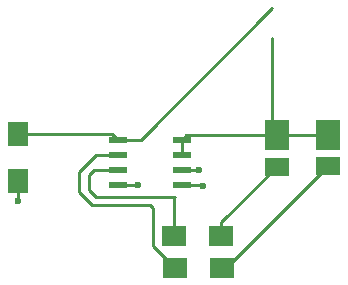
<source format=gtl>
G04 #@! TF.FileFunction,Copper,L1,Top,Signal*
%FSLAX46Y46*%
G04 Gerber Fmt 4.6, Leading zero omitted, Abs format (unit mm)*
G04 Created by KiCad (PCBNEW 4.0.7) date Sunday, July 22, 2018 'PMt' 03:48:40 PM*
%MOMM*%
%LPD*%
G01*
G04 APERTURE LIST*
%ADD10C,0.100000*%
%ADD11R,2.100000X2.500000*%
%ADD12R,2.100000X1.500000*%
%ADD13R,2.000000X1.700000*%
%ADD14R,1.700000X2.000000*%
%ADD15R,1.550000X0.600000*%
%ADD16C,0.600000*%
%ADD17C,0.250000*%
G04 APERTURE END LIST*
D10*
D11*
X206695040Y-84191800D03*
D12*
X206695040Y-86851800D03*
D11*
X211023200Y-84166400D03*
D12*
X211023200Y-86826400D03*
D13*
X202025000Y-92735400D03*
X198025000Y-92735400D03*
X202101200Y-95443040D03*
X198101200Y-95443040D03*
D14*
X184825640Y-84055200D03*
X184825640Y-88055200D03*
D15*
X193261000Y-84582000D03*
X193261000Y-85852000D03*
X193261000Y-87122000D03*
X193261000Y-88392000D03*
X198661000Y-88392000D03*
X198661000Y-87122000D03*
X198661000Y-85852000D03*
X198661000Y-84582000D03*
D16*
X200162160Y-87116920D03*
X184795160Y-89743280D03*
X194965320Y-88402160D03*
X200446640Y-88468200D03*
D17*
X206324200Y-75981560D02*
X206324200Y-83820960D01*
X206324200Y-83820960D02*
X206695040Y-84191800D01*
X206491840Y-83988600D02*
X206695040Y-84191800D01*
X206695040Y-84191800D02*
X199051200Y-84191800D01*
X199051200Y-84191800D02*
X198661000Y-84582000D01*
X198661000Y-85852000D02*
X198661000Y-84582000D01*
X198661000Y-84582000D02*
X199051200Y-84191800D01*
X199051200Y-84191800D02*
X210997800Y-84191800D01*
X210997800Y-84191800D02*
X211023200Y-84166400D01*
X202025000Y-92735400D02*
X202025000Y-91521840D01*
X202025000Y-91521840D02*
X206695040Y-86851800D01*
X202101200Y-95443040D02*
X202406560Y-95443040D01*
X202406560Y-95443040D02*
X211023200Y-86826400D01*
X193261000Y-87122000D02*
X191201040Y-87122000D01*
X198025000Y-89518240D02*
X198025000Y-92735400D01*
X198120000Y-89423240D02*
X198025000Y-89518240D01*
X191378840Y-89423240D02*
X198120000Y-89423240D01*
X190769240Y-88813640D02*
X191378840Y-89423240D01*
X190769240Y-87553800D02*
X190769240Y-88813640D01*
X191201040Y-87122000D02*
X190769240Y-87553800D01*
X193261000Y-85852000D02*
X191404240Y-85852000D01*
X196255640Y-93597480D02*
X198101200Y-95443040D01*
X196255640Y-90373200D02*
X196255640Y-93597480D01*
X195950840Y-90068400D02*
X196255640Y-90373200D01*
X191033400Y-90068400D02*
X195950840Y-90068400D01*
X189931040Y-88966040D02*
X191033400Y-90068400D01*
X189931040Y-87325200D02*
X189931040Y-88966040D01*
X191404240Y-85852000D02*
X189931040Y-87325200D01*
X193261000Y-84582000D02*
X195183760Y-84582000D01*
X195183760Y-84582000D02*
X206324200Y-73441560D01*
X184825640Y-84055200D02*
X192734200Y-84055200D01*
X192734200Y-84055200D02*
X193261000Y-84582000D01*
X184825640Y-88055200D02*
X184825640Y-89712800D01*
X200157080Y-87122000D02*
X198661000Y-87122000D01*
X200162160Y-87116920D02*
X200157080Y-87122000D01*
X184825640Y-89712800D02*
X184795160Y-89743280D01*
X194955160Y-88392000D02*
X193261000Y-88392000D01*
X194965320Y-88402160D02*
X194955160Y-88392000D01*
X200370440Y-88392000D02*
X198661000Y-88392000D01*
X200446640Y-88468200D02*
X200370440Y-88392000D01*
M02*

</source>
